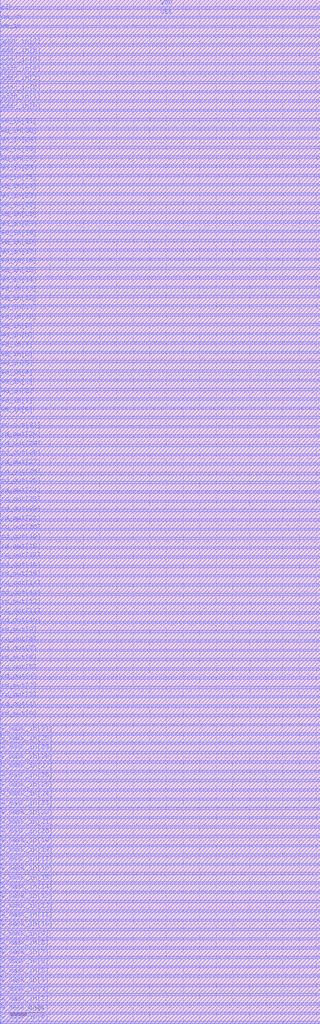
<source format=lef>
# Generated by FakeRAM 2.0
VERSION 5.7 ;
BUSBITCHARS "[]" ;
PROPERTYDEFINITIONS
  MACRO width INTEGER ;
  MACRO depth INTEGER ;
  MACRO banks INTEGER ;
END PROPERTYDEFINITIONS
MACRO fakeram45_256x32
  PROPERTY width 32 ;
  PROPERTY depth 256 ;
  PROPERTY banks 2 ;
  FOREIGN fakeram45_256x32 0 0 ;
  SYMMETRY X Y ;
  SIZE 38.500 BY 123.200 ;
  CLASS BLOCK ;
  PIN w_mask_in[0]
    DIRECTION INPUT ;
    USE SIGNAL ;
    SHAPE ABUTMENT ;
    PORT
      LAYER metal3 ;
      RECT 0.000 0.140 0.070 0.210 ;
    END
  END w_mask_in[0]
  PIN w_mask_in[1]
    DIRECTION INPUT ;
    USE SIGNAL ;
    SHAPE ABUTMENT ;
    PORT
      LAYER metal3 ;
      RECT 0.000 1.260 0.070 1.330 ;
    END
  END w_mask_in[1]
  PIN w_mask_in[2]
    DIRECTION INPUT ;
    USE SIGNAL ;
    SHAPE ABUTMENT ;
    PORT
      LAYER metal3 ;
      RECT 0.000 2.380 0.070 2.450 ;
    END
  END w_mask_in[2]
  PIN w_mask_in[3]
    DIRECTION INPUT ;
    USE SIGNAL ;
    SHAPE ABUTMENT ;
    PORT
      LAYER metal3 ;
      RECT 0.000 3.500 0.070 3.570 ;
    END
  END w_mask_in[3]
  PIN w_mask_in[4]
    DIRECTION INPUT ;
    USE SIGNAL ;
    SHAPE ABUTMENT ;
    PORT
      LAYER metal3 ;
      RECT 0.000 4.620 0.070 4.690 ;
    END
  END w_mask_in[4]
  PIN w_mask_in[5]
    DIRECTION INPUT ;
    USE SIGNAL ;
    SHAPE ABUTMENT ;
    PORT
      LAYER metal3 ;
      RECT 0.000 5.740 0.070 5.810 ;
    END
  END w_mask_in[5]
  PIN w_mask_in[6]
    DIRECTION INPUT ;
    USE SIGNAL ;
    SHAPE ABUTMENT ;
    PORT
      LAYER metal3 ;
      RECT 0.000 6.860 0.070 6.930 ;
    END
  END w_mask_in[6]
  PIN w_mask_in[7]
    DIRECTION INPUT ;
    USE SIGNAL ;
    SHAPE ABUTMENT ;
    PORT
      LAYER metal3 ;
      RECT 0.000 7.980 0.070 8.050 ;
    END
  END w_mask_in[7]
  PIN w_mask_in[8]
    DIRECTION INPUT ;
    USE SIGNAL ;
    SHAPE ABUTMENT ;
    PORT
      LAYER metal3 ;
      RECT 0.000 9.100 0.070 9.170 ;
    END
  END w_mask_in[8]
  PIN w_mask_in[9]
    DIRECTION INPUT ;
    USE SIGNAL ;
    SHAPE ABUTMENT ;
    PORT
      LAYER metal3 ;
      RECT 0.000 10.220 0.070 10.290 ;
    END
  END w_mask_in[9]
  PIN w_mask_in[10]
    DIRECTION INPUT ;
    USE SIGNAL ;
    SHAPE ABUTMENT ;
    PORT
      LAYER metal3 ;
      RECT 0.000 11.340 0.070 11.410 ;
    END
  END w_mask_in[10]
  PIN w_mask_in[11]
    DIRECTION INPUT ;
    USE SIGNAL ;
    SHAPE ABUTMENT ;
    PORT
      LAYER metal3 ;
      RECT 0.000 12.460 0.070 12.530 ;
    END
  END w_mask_in[11]
  PIN w_mask_in[12]
    DIRECTION INPUT ;
    USE SIGNAL ;
    SHAPE ABUTMENT ;
    PORT
      LAYER metal3 ;
      RECT 0.000 13.580 0.070 13.650 ;
    END
  END w_mask_in[12]
  PIN w_mask_in[13]
    DIRECTION INPUT ;
    USE SIGNAL ;
    SHAPE ABUTMENT ;
    PORT
      LAYER metal3 ;
      RECT 0.000 14.700 0.070 14.770 ;
    END
  END w_mask_in[13]
  PIN w_mask_in[14]
    DIRECTION INPUT ;
    USE SIGNAL ;
    SHAPE ABUTMENT ;
    PORT
      LAYER metal3 ;
      RECT 0.000 15.820 0.070 15.890 ;
    END
  END w_mask_in[14]
  PIN w_mask_in[15]
    DIRECTION INPUT ;
    USE SIGNAL ;
    SHAPE ABUTMENT ;
    PORT
      LAYER metal3 ;
      RECT 0.000 16.940 0.070 17.010 ;
    END
  END w_mask_in[15]
  PIN w_mask_in[16]
    DIRECTION INPUT ;
    USE SIGNAL ;
    SHAPE ABUTMENT ;
    PORT
      LAYER metal3 ;
      RECT 0.000 18.060 0.070 18.130 ;
    END
  END w_mask_in[16]
  PIN w_mask_in[17]
    DIRECTION INPUT ;
    USE SIGNAL ;
    SHAPE ABUTMENT ;
    PORT
      LAYER metal3 ;
      RECT 0.000 19.180 0.070 19.250 ;
    END
  END w_mask_in[17]
  PIN w_mask_in[18]
    DIRECTION INPUT ;
    USE SIGNAL ;
    SHAPE ABUTMENT ;
    PORT
      LAYER metal3 ;
      RECT 0.000 20.300 0.070 20.370 ;
    END
  END w_mask_in[18]
  PIN w_mask_in[19]
    DIRECTION INPUT ;
    USE SIGNAL ;
    SHAPE ABUTMENT ;
    PORT
      LAYER metal3 ;
      RECT 0.000 21.420 0.070 21.490 ;
    END
  END w_mask_in[19]
  PIN w_mask_in[20]
    DIRECTION INPUT ;
    USE SIGNAL ;
    SHAPE ABUTMENT ;
    PORT
      LAYER metal3 ;
      RECT 0.000 22.540 0.070 22.610 ;
    END
  END w_mask_in[20]
  PIN w_mask_in[21]
    DIRECTION INPUT ;
    USE SIGNAL ;
    SHAPE ABUTMENT ;
    PORT
      LAYER metal3 ;
      RECT 0.000 23.660 0.070 23.730 ;
    END
  END w_mask_in[21]
  PIN w_mask_in[22]
    DIRECTION INPUT ;
    USE SIGNAL ;
    SHAPE ABUTMENT ;
    PORT
      LAYER metal3 ;
      RECT 0.000 24.780 0.070 24.850 ;
    END
  END w_mask_in[22]
  PIN w_mask_in[23]
    DIRECTION INPUT ;
    USE SIGNAL ;
    SHAPE ABUTMENT ;
    PORT
      LAYER metal3 ;
      RECT 0.000 25.900 0.070 25.970 ;
    END
  END w_mask_in[23]
  PIN w_mask_in[24]
    DIRECTION INPUT ;
    USE SIGNAL ;
    SHAPE ABUTMENT ;
    PORT
      LAYER metal3 ;
      RECT 0.000 27.020 0.070 27.090 ;
    END
  END w_mask_in[24]
  PIN w_mask_in[25]
    DIRECTION INPUT ;
    USE SIGNAL ;
    SHAPE ABUTMENT ;
    PORT
      LAYER metal3 ;
      RECT 0.000 28.140 0.070 28.210 ;
    END
  END w_mask_in[25]
  PIN w_mask_in[26]
    DIRECTION INPUT ;
    USE SIGNAL ;
    SHAPE ABUTMENT ;
    PORT
      LAYER metal3 ;
      RECT 0.000 29.260 0.070 29.330 ;
    END
  END w_mask_in[26]
  PIN w_mask_in[27]
    DIRECTION INPUT ;
    USE SIGNAL ;
    SHAPE ABUTMENT ;
    PORT
      LAYER metal3 ;
      RECT 0.000 30.380 0.070 30.450 ;
    END
  END w_mask_in[27]
  PIN w_mask_in[28]
    DIRECTION INPUT ;
    USE SIGNAL ;
    SHAPE ABUTMENT ;
    PORT
      LAYER metal3 ;
      RECT 0.000 31.500 0.070 31.570 ;
    END
  END w_mask_in[28]
  PIN w_mask_in[29]
    DIRECTION INPUT ;
    USE SIGNAL ;
    SHAPE ABUTMENT ;
    PORT
      LAYER metal3 ;
      RECT 0.000 32.620 0.070 32.690 ;
    END
  END w_mask_in[29]
  PIN w_mask_in[30]
    DIRECTION INPUT ;
    USE SIGNAL ;
    SHAPE ABUTMENT ;
    PORT
      LAYER metal3 ;
      RECT 0.000 33.740 0.070 33.810 ;
    END
  END w_mask_in[30]
  PIN w_mask_in[31]
    DIRECTION INPUT ;
    USE SIGNAL ;
    SHAPE ABUTMENT ;
    PORT
      LAYER metal3 ;
      RECT 0.000 34.860 0.070 34.930 ;
    END
  END w_mask_in[31]
  PIN rd_out[0]
    DIRECTION OUTPUT ;
    USE SIGNAL ;
    SHAPE ABUTMENT ;
    PORT
      LAYER metal3 ;
      RECT 0.000 36.680 0.070 36.750 ;
    END
  END rd_out[0]
  PIN rd_out[1]
    DIRECTION OUTPUT ;
    USE SIGNAL ;
    SHAPE ABUTMENT ;
    PORT
      LAYER metal3 ;
      RECT 0.000 37.800 0.070 37.870 ;
    END
  END rd_out[1]
  PIN rd_out[2]
    DIRECTION OUTPUT ;
    USE SIGNAL ;
    SHAPE ABUTMENT ;
    PORT
      LAYER metal3 ;
      RECT 0.000 38.920 0.070 38.990 ;
    END
  END rd_out[2]
  PIN rd_out[3]
    DIRECTION OUTPUT ;
    USE SIGNAL ;
    SHAPE ABUTMENT ;
    PORT
      LAYER metal3 ;
      RECT 0.000 40.040 0.070 40.110 ;
    END
  END rd_out[3]
  PIN rd_out[4]
    DIRECTION OUTPUT ;
    USE SIGNAL ;
    SHAPE ABUTMENT ;
    PORT
      LAYER metal3 ;
      RECT 0.000 41.160 0.070 41.230 ;
    END
  END rd_out[4]
  PIN rd_out[5]
    DIRECTION OUTPUT ;
    USE SIGNAL ;
    SHAPE ABUTMENT ;
    PORT
      LAYER metal3 ;
      RECT 0.000 42.280 0.070 42.350 ;
    END
  END rd_out[5]
  PIN rd_out[6]
    DIRECTION OUTPUT ;
    USE SIGNAL ;
    SHAPE ABUTMENT ;
    PORT
      LAYER metal3 ;
      RECT 0.000 43.400 0.070 43.470 ;
    END
  END rd_out[6]
  PIN rd_out[7]
    DIRECTION OUTPUT ;
    USE SIGNAL ;
    SHAPE ABUTMENT ;
    PORT
      LAYER metal3 ;
      RECT 0.000 44.520 0.070 44.590 ;
    END
  END rd_out[7]
  PIN rd_out[8]
    DIRECTION OUTPUT ;
    USE SIGNAL ;
    SHAPE ABUTMENT ;
    PORT
      LAYER metal3 ;
      RECT 0.000 45.640 0.070 45.710 ;
    END
  END rd_out[8]
  PIN rd_out[9]
    DIRECTION OUTPUT ;
    USE SIGNAL ;
    SHAPE ABUTMENT ;
    PORT
      LAYER metal3 ;
      RECT 0.000 46.760 0.070 46.830 ;
    END
  END rd_out[9]
  PIN rd_out[10]
    DIRECTION OUTPUT ;
    USE SIGNAL ;
    SHAPE ABUTMENT ;
    PORT
      LAYER metal3 ;
      RECT 0.000 47.880 0.070 47.950 ;
    END
  END rd_out[10]
  PIN rd_out[11]
    DIRECTION OUTPUT ;
    USE SIGNAL ;
    SHAPE ABUTMENT ;
    PORT
      LAYER metal3 ;
      RECT 0.000 49.000 0.070 49.070 ;
    END
  END rd_out[11]
  PIN rd_out[12]
    DIRECTION OUTPUT ;
    USE SIGNAL ;
    SHAPE ABUTMENT ;
    PORT
      LAYER metal3 ;
      RECT 0.000 50.120 0.070 50.190 ;
    END
  END rd_out[12]
  PIN rd_out[13]
    DIRECTION OUTPUT ;
    USE SIGNAL ;
    SHAPE ABUTMENT ;
    PORT
      LAYER metal3 ;
      RECT 0.000 51.240 0.070 51.310 ;
    END
  END rd_out[13]
  PIN rd_out[14]
    DIRECTION OUTPUT ;
    USE SIGNAL ;
    SHAPE ABUTMENT ;
    PORT
      LAYER metal3 ;
      RECT 0.000 52.360 0.070 52.430 ;
    END
  END rd_out[14]
  PIN rd_out[15]
    DIRECTION OUTPUT ;
    USE SIGNAL ;
    SHAPE ABUTMENT ;
    PORT
      LAYER metal3 ;
      RECT 0.000 53.480 0.070 53.550 ;
    END
  END rd_out[15]
  PIN rd_out[16]
    DIRECTION OUTPUT ;
    USE SIGNAL ;
    SHAPE ABUTMENT ;
    PORT
      LAYER metal3 ;
      RECT 0.000 54.600 0.070 54.670 ;
    END
  END rd_out[16]
  PIN rd_out[17]
    DIRECTION OUTPUT ;
    USE SIGNAL ;
    SHAPE ABUTMENT ;
    PORT
      LAYER metal3 ;
      RECT 0.000 55.720 0.070 55.790 ;
    END
  END rd_out[17]
  PIN rd_out[18]
    DIRECTION OUTPUT ;
    USE SIGNAL ;
    SHAPE ABUTMENT ;
    PORT
      LAYER metal3 ;
      RECT 0.000 56.840 0.070 56.910 ;
    END
  END rd_out[18]
  PIN rd_out[19]
    DIRECTION OUTPUT ;
    USE SIGNAL ;
    SHAPE ABUTMENT ;
    PORT
      LAYER metal3 ;
      RECT 0.000 57.960 0.070 58.030 ;
    END
  END rd_out[19]
  PIN rd_out[20]
    DIRECTION OUTPUT ;
    USE SIGNAL ;
    SHAPE ABUTMENT ;
    PORT
      LAYER metal3 ;
      RECT 0.000 59.080 0.070 59.150 ;
    END
  END rd_out[20]
  PIN rd_out[21]
    DIRECTION OUTPUT ;
    USE SIGNAL ;
    SHAPE ABUTMENT ;
    PORT
      LAYER metal3 ;
      RECT 0.000 60.200 0.070 60.270 ;
    END
  END rd_out[21]
  PIN rd_out[22]
    DIRECTION OUTPUT ;
    USE SIGNAL ;
    SHAPE ABUTMENT ;
    PORT
      LAYER metal3 ;
      RECT 0.000 61.320 0.070 61.390 ;
    END
  END rd_out[22]
  PIN rd_out[23]
    DIRECTION OUTPUT ;
    USE SIGNAL ;
    SHAPE ABUTMENT ;
    PORT
      LAYER metal3 ;
      RECT 0.000 62.440 0.070 62.510 ;
    END
  END rd_out[23]
  PIN rd_out[24]
    DIRECTION OUTPUT ;
    USE SIGNAL ;
    SHAPE ABUTMENT ;
    PORT
      LAYER metal3 ;
      RECT 0.000 63.560 0.070 63.630 ;
    END
  END rd_out[24]
  PIN rd_out[25]
    DIRECTION OUTPUT ;
    USE SIGNAL ;
    SHAPE ABUTMENT ;
    PORT
      LAYER metal3 ;
      RECT 0.000 64.680 0.070 64.750 ;
    END
  END rd_out[25]
  PIN rd_out[26]
    DIRECTION OUTPUT ;
    USE SIGNAL ;
    SHAPE ABUTMENT ;
    PORT
      LAYER metal3 ;
      RECT 0.000 65.800 0.070 65.870 ;
    END
  END rd_out[26]
  PIN rd_out[27]
    DIRECTION OUTPUT ;
    USE SIGNAL ;
    SHAPE ABUTMENT ;
    PORT
      LAYER metal3 ;
      RECT 0.000 66.920 0.070 66.990 ;
    END
  END rd_out[27]
  PIN rd_out[28]
    DIRECTION OUTPUT ;
    USE SIGNAL ;
    SHAPE ABUTMENT ;
    PORT
      LAYER metal3 ;
      RECT 0.000 68.040 0.070 68.110 ;
    END
  END rd_out[28]
  PIN rd_out[29]
    DIRECTION OUTPUT ;
    USE SIGNAL ;
    SHAPE ABUTMENT ;
    PORT
      LAYER metal3 ;
      RECT 0.000 69.160 0.070 69.230 ;
    END
  END rd_out[29]
  PIN rd_out[30]
    DIRECTION OUTPUT ;
    USE SIGNAL ;
    SHAPE ABUTMENT ;
    PORT
      LAYER metal3 ;
      RECT 0.000 70.280 0.070 70.350 ;
    END
  END rd_out[30]
  PIN rd_out[31]
    DIRECTION OUTPUT ;
    USE SIGNAL ;
    SHAPE ABUTMENT ;
    PORT
      LAYER metal3 ;
      RECT 0.000 71.400 0.070 71.470 ;
    END
  END rd_out[31]
  PIN wd_in[0]
    DIRECTION INPUT ;
    USE SIGNAL ;
    SHAPE ABUTMENT ;
    PORT
      LAYER metal3 ;
      RECT 0.000 73.220 0.070 73.290 ;
    END
  END wd_in[0]
  PIN wd_in[1]
    DIRECTION INPUT ;
    USE SIGNAL ;
    SHAPE ABUTMENT ;
    PORT
      LAYER metal3 ;
      RECT 0.000 74.340 0.070 74.410 ;
    END
  END wd_in[1]
  PIN wd_in[2]
    DIRECTION INPUT ;
    USE SIGNAL ;
    SHAPE ABUTMENT ;
    PORT
      LAYER metal3 ;
      RECT 0.000 75.460 0.070 75.530 ;
    END
  END wd_in[2]
  PIN wd_in[3]
    DIRECTION INPUT ;
    USE SIGNAL ;
    SHAPE ABUTMENT ;
    PORT
      LAYER metal3 ;
      RECT 0.000 76.580 0.070 76.650 ;
    END
  END wd_in[3]
  PIN wd_in[4]
    DIRECTION INPUT ;
    USE SIGNAL ;
    SHAPE ABUTMENT ;
    PORT
      LAYER metal3 ;
      RECT 0.000 77.700 0.070 77.770 ;
    END
  END wd_in[4]
  PIN wd_in[5]
    DIRECTION INPUT ;
    USE SIGNAL ;
    SHAPE ABUTMENT ;
    PORT
      LAYER metal3 ;
      RECT 0.000 78.820 0.070 78.890 ;
    END
  END wd_in[5]
  PIN wd_in[6]
    DIRECTION INPUT ;
    USE SIGNAL ;
    SHAPE ABUTMENT ;
    PORT
      LAYER metal3 ;
      RECT 0.000 79.940 0.070 80.010 ;
    END
  END wd_in[6]
  PIN wd_in[7]
    DIRECTION INPUT ;
    USE SIGNAL ;
    SHAPE ABUTMENT ;
    PORT
      LAYER metal3 ;
      RECT 0.000 81.060 0.070 81.130 ;
    END
  END wd_in[7]
  PIN wd_in[8]
    DIRECTION INPUT ;
    USE SIGNAL ;
    SHAPE ABUTMENT ;
    PORT
      LAYER metal3 ;
      RECT 0.000 82.180 0.070 82.250 ;
    END
  END wd_in[8]
  PIN wd_in[9]
    DIRECTION INPUT ;
    USE SIGNAL ;
    SHAPE ABUTMENT ;
    PORT
      LAYER metal3 ;
      RECT 0.000 83.300 0.070 83.370 ;
    END
  END wd_in[9]
  PIN wd_in[10]
    DIRECTION INPUT ;
    USE SIGNAL ;
    SHAPE ABUTMENT ;
    PORT
      LAYER metal3 ;
      RECT 0.000 84.420 0.070 84.490 ;
    END
  END wd_in[10]
  PIN wd_in[11]
    DIRECTION INPUT ;
    USE SIGNAL ;
    SHAPE ABUTMENT ;
    PORT
      LAYER metal3 ;
      RECT 0.000 85.540 0.070 85.610 ;
    END
  END wd_in[11]
  PIN wd_in[12]
    DIRECTION INPUT ;
    USE SIGNAL ;
    SHAPE ABUTMENT ;
    PORT
      LAYER metal3 ;
      RECT 0.000 86.660 0.070 86.730 ;
    END
  END wd_in[12]
  PIN wd_in[13]
    DIRECTION INPUT ;
    USE SIGNAL ;
    SHAPE ABUTMENT ;
    PORT
      LAYER metal3 ;
      RECT 0.000 87.780 0.070 87.850 ;
    END
  END wd_in[13]
  PIN wd_in[14]
    DIRECTION INPUT ;
    USE SIGNAL ;
    SHAPE ABUTMENT ;
    PORT
      LAYER metal3 ;
      RECT 0.000 88.900 0.070 88.970 ;
    END
  END wd_in[14]
  PIN wd_in[15]
    DIRECTION INPUT ;
    USE SIGNAL ;
    SHAPE ABUTMENT ;
    PORT
      LAYER metal3 ;
      RECT 0.000 90.020 0.070 90.090 ;
    END
  END wd_in[15]
  PIN wd_in[16]
    DIRECTION INPUT ;
    USE SIGNAL ;
    SHAPE ABUTMENT ;
    PORT
      LAYER metal3 ;
      RECT 0.000 91.140 0.070 91.210 ;
    END
  END wd_in[16]
  PIN wd_in[17]
    DIRECTION INPUT ;
    USE SIGNAL ;
    SHAPE ABUTMENT ;
    PORT
      LAYER metal3 ;
      RECT 0.000 92.260 0.070 92.330 ;
    END
  END wd_in[17]
  PIN wd_in[18]
    DIRECTION INPUT ;
    USE SIGNAL ;
    SHAPE ABUTMENT ;
    PORT
      LAYER metal3 ;
      RECT 0.000 93.380 0.070 93.450 ;
    END
  END wd_in[18]
  PIN wd_in[19]
    DIRECTION INPUT ;
    USE SIGNAL ;
    SHAPE ABUTMENT ;
    PORT
      LAYER metal3 ;
      RECT 0.000 94.500 0.070 94.570 ;
    END
  END wd_in[19]
  PIN wd_in[20]
    DIRECTION INPUT ;
    USE SIGNAL ;
    SHAPE ABUTMENT ;
    PORT
      LAYER metal3 ;
      RECT 0.000 95.620 0.070 95.690 ;
    END
  END wd_in[20]
  PIN wd_in[21]
    DIRECTION INPUT ;
    USE SIGNAL ;
    SHAPE ABUTMENT ;
    PORT
      LAYER metal3 ;
      RECT 0.000 96.740 0.070 96.810 ;
    END
  END wd_in[21]
  PIN wd_in[22]
    DIRECTION INPUT ;
    USE SIGNAL ;
    SHAPE ABUTMENT ;
    PORT
      LAYER metal3 ;
      RECT 0.000 97.860 0.070 97.930 ;
    END
  END wd_in[22]
  PIN wd_in[23]
    DIRECTION INPUT ;
    USE SIGNAL ;
    SHAPE ABUTMENT ;
    PORT
      LAYER metal3 ;
      RECT 0.000 98.980 0.070 99.050 ;
    END
  END wd_in[23]
  PIN wd_in[24]
    DIRECTION INPUT ;
    USE SIGNAL ;
    SHAPE ABUTMENT ;
    PORT
      LAYER metal3 ;
      RECT 0.000 100.100 0.070 100.170 ;
    END
  END wd_in[24]
  PIN wd_in[25]
    DIRECTION INPUT ;
    USE SIGNAL ;
    SHAPE ABUTMENT ;
    PORT
      LAYER metal3 ;
      RECT 0.000 101.220 0.070 101.290 ;
    END
  END wd_in[25]
  PIN wd_in[26]
    DIRECTION INPUT ;
    USE SIGNAL ;
    SHAPE ABUTMENT ;
    PORT
      LAYER metal3 ;
      RECT 0.000 102.340 0.070 102.410 ;
    END
  END wd_in[26]
  PIN wd_in[27]
    DIRECTION INPUT ;
    USE SIGNAL ;
    SHAPE ABUTMENT ;
    PORT
      LAYER metal3 ;
      RECT 0.000 103.460 0.070 103.530 ;
    END
  END wd_in[27]
  PIN wd_in[28]
    DIRECTION INPUT ;
    USE SIGNAL ;
    SHAPE ABUTMENT ;
    PORT
      LAYER metal3 ;
      RECT 0.000 104.580 0.070 104.650 ;
    END
  END wd_in[28]
  PIN wd_in[29]
    DIRECTION INPUT ;
    USE SIGNAL ;
    SHAPE ABUTMENT ;
    PORT
      LAYER metal3 ;
      RECT 0.000 105.700 0.070 105.770 ;
    END
  END wd_in[29]
  PIN wd_in[30]
    DIRECTION INPUT ;
    USE SIGNAL ;
    SHAPE ABUTMENT ;
    PORT
      LAYER metal3 ;
      RECT 0.000 106.820 0.070 106.890 ;
    END
  END wd_in[30]
  PIN wd_in[31]
    DIRECTION INPUT ;
    USE SIGNAL ;
    SHAPE ABUTMENT ;
    PORT
      LAYER metal3 ;
      RECT 0.000 107.940 0.070 108.010 ;
    END
  END wd_in[31]
  PIN addr_in[0]
    DIRECTION INPUT ;
    USE SIGNAL ;
    SHAPE ABUTMENT ;
    PORT
      LAYER metal3 ;
      RECT 0.000 109.760 0.070 109.830 ;
    END
  END addr_in[0]
  PIN addr_in[1]
    DIRECTION INPUT ;
    USE SIGNAL ;
    SHAPE ABUTMENT ;
    PORT
      LAYER metal3 ;
      RECT 0.000 110.880 0.070 110.950 ;
    END
  END addr_in[1]
  PIN addr_in[2]
    DIRECTION INPUT ;
    USE SIGNAL ;
    SHAPE ABUTMENT ;
    PORT
      LAYER metal3 ;
      RECT 0.000 112.000 0.070 112.070 ;
    END
  END addr_in[2]
  PIN addr_in[3]
    DIRECTION INPUT ;
    USE SIGNAL ;
    SHAPE ABUTMENT ;
    PORT
      LAYER metal3 ;
      RECT 0.000 113.120 0.070 113.190 ;
    END
  END addr_in[3]
  PIN addr_in[4]
    DIRECTION INPUT ;
    USE SIGNAL ;
    SHAPE ABUTMENT ;
    PORT
      LAYER metal3 ;
      RECT 0.000 114.240 0.070 114.310 ;
    END
  END addr_in[4]
  PIN addr_in[5]
    DIRECTION INPUT ;
    USE SIGNAL ;
    SHAPE ABUTMENT ;
    PORT
      LAYER metal3 ;
      RECT 0.000 115.360 0.070 115.430 ;
    END
  END addr_in[5]
  PIN addr_in[6]
    DIRECTION INPUT ;
    USE SIGNAL ;
    SHAPE ABUTMENT ;
    PORT
      LAYER metal3 ;
      RECT 0.000 116.480 0.070 116.550 ;
    END
  END addr_in[6]
  PIN addr_in[7]
    DIRECTION INPUT ;
    USE SIGNAL ;
    SHAPE ABUTMENT ;
    PORT
      LAYER metal3 ;
      RECT 0.000 117.600 0.070 117.670 ;
    END
  END addr_in[7]
  PIN we_in
    DIRECTION INPUT ;
    USE SIGNAL ;
    SHAPE ABUTMENT ;
    PORT
      LAYER metal3 ;
      RECT 0.000 119.420 0.070 119.490 ;
    END
  END we_in
  PIN ce_in
    DIRECTION INPUT ;
    USE SIGNAL ;
    SHAPE ABUTMENT ;
    PORT
      LAYER metal3 ;
      RECT 0.000 120.540 0.070 120.610 ;
    END
  END ce_in
  PIN clk
    DIRECTION INPUT ;
    USE SIGNAL ;
    SHAPE ABUTMENT ;
    PORT
      LAYER metal3 ;
      RECT 0.000 121.660 0.070 121.730 ;
    END
  END clk
  PIN VSS
    DIRECTION INOUT ;
    USE GROUND ;
    PORT
      LAYER metal3 ;
      RECT 0.140 0.000 38.360 0.280 ;
      RECT 0.140 2.240 38.360 2.520 ;
      RECT 0.140 4.480 38.360 4.760 ;
      RECT 0.140 6.720 38.360 7.000 ;
      RECT 0.140 8.960 38.360 9.240 ;
      RECT 0.140 11.200 38.360 11.480 ;
      RECT 0.140 13.440 38.360 13.720 ;
      RECT 0.140 15.680 38.360 15.960 ;
      RECT 0.140 17.920 38.360 18.200 ;
      RECT 0.140 20.160 38.360 20.440 ;
      RECT 0.140 22.400 38.360 22.680 ;
      RECT 0.140 24.640 38.360 24.920 ;
      RECT 0.140 26.880 38.360 27.160 ;
      RECT 0.140 29.120 38.360 29.400 ;
      RECT 0.140 31.360 38.360 31.640 ;
      RECT 0.140 33.600 38.360 33.880 ;
      RECT 0.140 35.840 38.360 36.120 ;
      RECT 0.140 38.080 38.360 38.360 ;
      RECT 0.140 40.320 38.360 40.600 ;
      RECT 0.140 42.560 38.360 42.840 ;
      RECT 0.140 44.800 38.360 45.080 ;
      RECT 0.140 47.040 38.360 47.320 ;
      RECT 0.140 49.280 38.360 49.560 ;
      RECT 0.140 51.520 38.360 51.800 ;
      RECT 0.140 53.760 38.360 54.040 ;
      RECT 0.140 56.000 38.360 56.280 ;
      RECT 0.140 58.240 38.360 58.520 ;
      RECT 0.140 60.480 38.360 60.760 ;
      RECT 0.140 62.720 38.360 63.000 ;
      RECT 0.140 64.960 38.360 65.240 ;
      RECT 0.140 67.200 38.360 67.480 ;
      RECT 0.140 69.440 38.360 69.720 ;
      RECT 0.140 71.680 38.360 71.960 ;
      RECT 0.140 73.920 38.360 74.200 ;
      RECT 0.140 76.160 38.360 76.440 ;
      RECT 0.140 78.400 38.360 78.680 ;
      RECT 0.140 80.640 38.360 80.920 ;
      RECT 0.140 82.880 38.360 83.160 ;
      RECT 0.140 85.120 38.360 85.400 ;
      RECT 0.140 87.360 38.360 87.640 ;
      RECT 0.140 89.600 38.360 89.880 ;
      RECT 0.140 91.840 38.360 92.120 ;
      RECT 0.140 94.080 38.360 94.360 ;
      RECT 0.140 96.320 38.360 96.600 ;
      RECT 0.140 98.560 38.360 98.840 ;
      RECT 0.140 100.800 38.360 101.080 ;
      RECT 0.140 103.040 38.360 103.320 ;
      RECT 0.140 105.280 38.360 105.560 ;
      RECT 0.140 107.520 38.360 107.800 ;
      RECT 0.140 109.760 38.360 110.040 ;
      RECT 0.140 112.000 38.360 112.280 ;
      RECT 0.140 114.240 38.360 114.520 ;
      RECT 0.140 116.480 38.360 116.760 ;
      RECT 0.140 118.720 38.360 119.000 ;
      RECT 0.140 120.960 38.360 121.240 ;
    END
  END VSS
  PIN VDD
    DIRECTION INOUT ;
    USE POWER ;
    PORT
      LAYER metal3 ;
      RECT 0.140 1.120 38.360 1.400 ;
      RECT 0.140 3.360 38.360 3.640 ;
      RECT 0.140 5.600 38.360 5.880 ;
      RECT 0.140 7.840 38.360 8.120 ;
      RECT 0.140 10.080 38.360 10.360 ;
      RECT 0.140 12.320 38.360 12.600 ;
      RECT 0.140 14.560 38.360 14.840 ;
      RECT 0.140 16.800 38.360 17.080 ;
      RECT 0.140 19.040 38.360 19.320 ;
      RECT 0.140 21.280 38.360 21.560 ;
      RECT 0.140 23.520 38.360 23.800 ;
      RECT 0.140 25.760 38.360 26.040 ;
      RECT 0.140 28.000 38.360 28.280 ;
      RECT 0.140 30.240 38.360 30.520 ;
      RECT 0.140 32.480 38.360 32.760 ;
      RECT 0.140 34.720 38.360 35.000 ;
      RECT 0.140 36.960 38.360 37.240 ;
      RECT 0.140 39.200 38.360 39.480 ;
      RECT 0.140 41.440 38.360 41.720 ;
      RECT 0.140 43.680 38.360 43.960 ;
      RECT 0.140 45.920 38.360 46.200 ;
      RECT 0.140 48.160 38.360 48.440 ;
      RECT 0.140 50.400 38.360 50.680 ;
      RECT 0.140 52.640 38.360 52.920 ;
      RECT 0.140 54.880 38.360 55.160 ;
      RECT 0.140 57.120 38.360 57.400 ;
      RECT 0.140 59.360 38.360 59.640 ;
      RECT 0.140 61.600 38.360 61.880 ;
      RECT 0.140 63.840 38.360 64.120 ;
      RECT 0.140 66.080 38.360 66.360 ;
      RECT 0.140 68.320 38.360 68.600 ;
      RECT 0.140 70.560 38.360 70.840 ;
      RECT 0.140 72.800 38.360 73.080 ;
      RECT 0.140 75.040 38.360 75.320 ;
      RECT 0.140 77.280 38.360 77.560 ;
      RECT 0.140 79.520 38.360 79.800 ;
      RECT 0.140 81.760 38.360 82.040 ;
      RECT 0.140 84.000 38.360 84.280 ;
      RECT 0.140 86.240 38.360 86.520 ;
      RECT 0.140 88.480 38.360 88.760 ;
      RECT 0.140 90.720 38.360 91.000 ;
      RECT 0.140 92.960 38.360 93.240 ;
      RECT 0.140 95.200 38.360 95.480 ;
      RECT 0.140 97.440 38.360 97.720 ;
      RECT 0.140 99.680 38.360 99.960 ;
      RECT 0.140 101.920 38.360 102.200 ;
      RECT 0.140 104.160 38.360 104.440 ;
      RECT 0.140 106.400 38.360 106.680 ;
      RECT 0.140 108.640 38.360 108.920 ;
      RECT 0.140 110.880 38.360 111.160 ;
      RECT 0.140 113.120 38.360 113.400 ;
      RECT 0.140 115.360 38.360 115.640 ;
      RECT 0.140 117.600 38.360 117.880 ;
      RECT 0.140 119.840 38.360 120.120 ;
      RECT 0.140 122.080 38.360 122.360 ;
    END
  END VDD
  OBS
    LAYER metal1 ;
    RECT 0 0 38.500 123.200 ;
    LAYER metal2 ;
    RECT 0 0 38.500 123.200 ;
    LAYER metal3 ;
    RECT 0 0 38.500 123.200 ;
  END
END fakeram45_256x32

END LIBRARY

</source>
